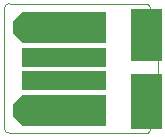
<source format=gts>
G04 #@! TF.FileFunction,Soldermask,Top*
%FSLAX46Y46*%
G04 Gerber Fmt 4.6, Leading zero omitted, Abs format (unit mm)*
G04 Created by KiCad (PCBNEW 4.0.2+e4-6225~38~ubuntu14.04.1-stable) date Mon Aug  1 12:46:02 2016*
%MOMM*%
G01*
G04 APERTURE LIST*
%ADD10C,0.350000*%
%ADD11C,0.050000*%
%ADD12C,0.100000*%
%ADD13C,0.010000*%
G04 APERTURE END LIST*
D10*
D11*
X17450000Y-18000000D02*
G75*
G03X17000000Y-18470000I10000J-460000D01*
G01*
X17000000Y-28550000D02*
G75*
G03X17470000Y-29000000I460000J10000D01*
G01*
X17000000Y-18480000D02*
X17000000Y-28530000D01*
X29000000Y-18000000D02*
X17460000Y-18000000D01*
X17460000Y-29000000D02*
X29000000Y-29000000D01*
X30000000Y-23500000D02*
X30000000Y-23370000D01*
X30000000Y-23370000D02*
X30000000Y-23230000D01*
X30000000Y-23230000D02*
X30000000Y-23100000D01*
X30000000Y-23100000D02*
X30000000Y-22960000D01*
X30000000Y-22960000D02*
X29990000Y-22830000D01*
X29990000Y-22830000D02*
X29990000Y-22690000D01*
X29990000Y-22690000D02*
X29990000Y-22560000D01*
X29990000Y-22560000D02*
X29980000Y-22430000D01*
X29980000Y-22430000D02*
X29980000Y-22290000D01*
X29980000Y-22290000D02*
X29970000Y-22160000D01*
X29970000Y-22160000D02*
X29960000Y-22030000D01*
X29960000Y-22030000D02*
X29960000Y-21900000D01*
X29960000Y-21900000D02*
X29950000Y-21770000D01*
X29950000Y-21770000D02*
X29940000Y-21650000D01*
X29940000Y-21650000D02*
X29930000Y-21520000D01*
X29930000Y-21520000D02*
X29920000Y-21400000D01*
X29920000Y-21400000D02*
X29910000Y-21270000D01*
X29910000Y-21270000D02*
X29900000Y-21150000D01*
X29900000Y-21150000D02*
X29890000Y-21030000D01*
X29890000Y-21030000D02*
X29880000Y-20910000D01*
X29880000Y-20910000D02*
X29870000Y-20790000D01*
X29870000Y-20790000D02*
X29860000Y-20670000D01*
X29860000Y-20670000D02*
X29840000Y-20560000D01*
X29840000Y-20560000D02*
X29830000Y-20440000D01*
X29830000Y-20440000D02*
X29820000Y-20330000D01*
X29820000Y-20330000D02*
X29800000Y-20220000D01*
X29800000Y-20220000D02*
X29790000Y-20120000D01*
X29790000Y-20120000D02*
X29770000Y-20010000D01*
X29770000Y-20010000D02*
X29760000Y-19910000D01*
X29760000Y-19910000D02*
X29740000Y-19810000D01*
X29740000Y-19810000D02*
X29720000Y-19710000D01*
X29720000Y-19710000D02*
X29710000Y-19610000D01*
X29710000Y-19610000D02*
X29690000Y-19520000D01*
X29690000Y-19520000D02*
X29670000Y-19420000D01*
X29670000Y-19420000D02*
X29650000Y-19340000D01*
X29650000Y-19340000D02*
X29630000Y-19250000D01*
X29630000Y-19250000D02*
X29620000Y-19160000D01*
X29620000Y-19160000D02*
X29600000Y-19080000D01*
X29600000Y-19080000D02*
X29580000Y-19000000D01*
X29580000Y-19000000D02*
X29560000Y-18930000D01*
X29560000Y-18930000D02*
X29530000Y-18850000D01*
X29530000Y-18850000D02*
X29510000Y-18780000D01*
X29510000Y-18780000D02*
X29490000Y-18710000D01*
X29490000Y-18710000D02*
X29470000Y-18650000D01*
X29470000Y-18650000D02*
X29450000Y-18590000D01*
X29450000Y-18590000D02*
X29430000Y-18530000D01*
X29430000Y-18530000D02*
X29410000Y-18470000D01*
X29410000Y-18470000D02*
X29380000Y-18420000D01*
X29380000Y-18420000D02*
X29360000Y-18370000D01*
X29360000Y-18370000D02*
X29340000Y-18320000D01*
X29340000Y-18320000D02*
X29310000Y-18280000D01*
X29310000Y-18280000D02*
X29290000Y-18240000D01*
X29290000Y-18240000D02*
X29270000Y-18200000D01*
X29270000Y-18200000D02*
X29240000Y-18160000D01*
X29240000Y-18160000D02*
X29220000Y-18130000D01*
X29220000Y-18130000D02*
X29200000Y-18110000D01*
X29200000Y-18110000D02*
X29170000Y-18080000D01*
X29170000Y-18080000D02*
X29150000Y-18060000D01*
X29150000Y-18060000D02*
X29120000Y-18040000D01*
X29120000Y-18040000D02*
X29100000Y-18030000D01*
X29100000Y-18030000D02*
X29070000Y-18010000D01*
X29070000Y-18010000D02*
X29050000Y-18010000D01*
X29050000Y-18010000D02*
X29020000Y-18000000D01*
X29020000Y-18000000D02*
X29000000Y-18000000D01*
X29000000Y-29000000D02*
X29020000Y-29000000D01*
X29020000Y-29000000D02*
X29050000Y-28990000D01*
X29050000Y-28990000D02*
X29070000Y-28990000D01*
X29070000Y-28990000D02*
X29100000Y-28970000D01*
X29100000Y-28970000D02*
X29120000Y-28960000D01*
X29120000Y-28960000D02*
X29150000Y-28940000D01*
X29150000Y-28940000D02*
X29170000Y-28920000D01*
X29170000Y-28920000D02*
X29200000Y-28890000D01*
X29200000Y-28890000D02*
X29220000Y-28870000D01*
X29220000Y-28870000D02*
X29240000Y-28840000D01*
X29240000Y-28840000D02*
X29270000Y-28800000D01*
X29270000Y-28800000D02*
X29290000Y-28760000D01*
X29290000Y-28760000D02*
X29310000Y-28720000D01*
X29310000Y-28720000D02*
X29340000Y-28680000D01*
X29340000Y-28680000D02*
X29360000Y-28630000D01*
X29360000Y-28630000D02*
X29380000Y-28580000D01*
X29380000Y-28580000D02*
X29410000Y-28530000D01*
X29410000Y-28530000D02*
X29430000Y-28470000D01*
X29430000Y-28470000D02*
X29450000Y-28410000D01*
X29450000Y-28410000D02*
X29470000Y-28350000D01*
X29470000Y-28350000D02*
X29490000Y-28290000D01*
X29490000Y-28290000D02*
X29510000Y-28220000D01*
X29510000Y-28220000D02*
X29530000Y-28150000D01*
X29530000Y-28150000D02*
X29560000Y-28070000D01*
X29560000Y-28070000D02*
X29580000Y-28000000D01*
X29580000Y-28000000D02*
X29600000Y-27920000D01*
X29600000Y-27920000D02*
X29620000Y-27840000D01*
X29620000Y-27840000D02*
X29630000Y-27750000D01*
X29630000Y-27750000D02*
X29650000Y-27660000D01*
X29650000Y-27660000D02*
X29670000Y-27580000D01*
X29670000Y-27580000D02*
X29690000Y-27480000D01*
X29690000Y-27480000D02*
X29710000Y-27390000D01*
X29710000Y-27390000D02*
X29720000Y-27290000D01*
X29720000Y-27290000D02*
X29740000Y-27190000D01*
X29740000Y-27190000D02*
X29760000Y-27090000D01*
X29760000Y-27090000D02*
X29770000Y-26990000D01*
X29770000Y-26990000D02*
X29790000Y-26880000D01*
X29790000Y-26880000D02*
X29800000Y-26780000D01*
X29800000Y-26780000D02*
X29820000Y-26670000D01*
X29820000Y-26670000D02*
X29830000Y-26560000D01*
X29830000Y-26560000D02*
X29840000Y-26440000D01*
X29840000Y-26440000D02*
X29860000Y-26330000D01*
X29860000Y-26330000D02*
X29870000Y-26210000D01*
X29870000Y-26210000D02*
X29880000Y-26090000D01*
X29880000Y-26090000D02*
X29890000Y-25970000D01*
X29890000Y-25970000D02*
X29900000Y-25850000D01*
X29900000Y-25850000D02*
X29910000Y-25730000D01*
X29910000Y-25730000D02*
X29920000Y-25600000D01*
X29920000Y-25600000D02*
X29930000Y-25480000D01*
X29930000Y-25480000D02*
X29940000Y-25350000D01*
X29940000Y-25350000D02*
X29950000Y-25230000D01*
X29950000Y-25230000D02*
X29960000Y-25100000D01*
X29960000Y-25100000D02*
X29960000Y-24970000D01*
X29960000Y-24970000D02*
X29970000Y-24840000D01*
X29970000Y-24840000D02*
X29980000Y-24710000D01*
X29980000Y-24710000D02*
X29980000Y-24570000D01*
X29980000Y-24570000D02*
X29990000Y-24440000D01*
X29990000Y-24440000D02*
X29990000Y-24310000D01*
X29990000Y-24310000D02*
X29990000Y-24170000D01*
X29990000Y-24170000D02*
X30000000Y-24040000D01*
X30000000Y-24040000D02*
X30000000Y-23900000D01*
X30000000Y-23900000D02*
X30000000Y-23770000D01*
X30000000Y-23770000D02*
X30000000Y-23630000D01*
X30000000Y-23630000D02*
X30000000Y-23500000D01*
D12*
G36*
X27750000Y-28500000D02*
X27750000Y-24000000D01*
X30250000Y-24000000D01*
X30250000Y-28500000D01*
X27750000Y-28500000D01*
X27750000Y-28500000D01*
G37*
X27750000Y-28500000D02*
X27750000Y-24000000D01*
X30250000Y-24000000D01*
X30250000Y-28500000D01*
X27750000Y-28500000D01*
G36*
X30250000Y-22750000D02*
X30250000Y-18500000D01*
X27750000Y-18500000D01*
X27750000Y-22750000D01*
X30250000Y-22750000D01*
X30250000Y-22750000D01*
G37*
X30250000Y-22750000D02*
X30250000Y-18500000D01*
X27750000Y-18500000D01*
X27750000Y-22750000D01*
X30250000Y-22750000D01*
D13*
G36*
X18500000Y-25250000D02*
X25500000Y-25250000D01*
X25500000Y-23750000D01*
X18500000Y-23750000D01*
X18500000Y-25250000D01*
X18500000Y-25250000D01*
G37*
X18500000Y-25250000D02*
X25500000Y-25250000D01*
X25500000Y-23750000D01*
X18500000Y-23750000D01*
X18500000Y-25250000D01*
G36*
X25500000Y-25750000D02*
X18500000Y-25750000D01*
X17750000Y-26500000D01*
X17750000Y-27500000D01*
X18500000Y-28250000D01*
X25500000Y-28250000D01*
X25500000Y-25750000D01*
X25500000Y-25750000D01*
G37*
X25500000Y-25750000D02*
X18500000Y-25750000D01*
X17750000Y-26500000D01*
X17750000Y-27500000D01*
X18500000Y-28250000D01*
X25500000Y-28250000D01*
X25500000Y-25750000D01*
G36*
X18500000Y-23250000D02*
X25500000Y-23250000D01*
X25500000Y-21750000D01*
X18500000Y-21750000D01*
X18500000Y-23250000D01*
X18500000Y-23250000D01*
G37*
X18500000Y-23250000D02*
X25500000Y-23250000D01*
X25500000Y-21750000D01*
X18500000Y-21750000D01*
X18500000Y-23250000D01*
G36*
X25500000Y-18750000D02*
X25500000Y-21250000D01*
X18500000Y-21250000D01*
X17750000Y-20500000D01*
X17750000Y-19500000D01*
X18500000Y-18750000D01*
X25500000Y-18750000D01*
X25500000Y-18750000D01*
G37*
X25500000Y-18750000D02*
X25500000Y-21250000D01*
X18500000Y-21250000D01*
X17750000Y-20500000D01*
X17750000Y-19500000D01*
X18500000Y-18750000D01*
X25500000Y-18750000D01*
M02*

</source>
